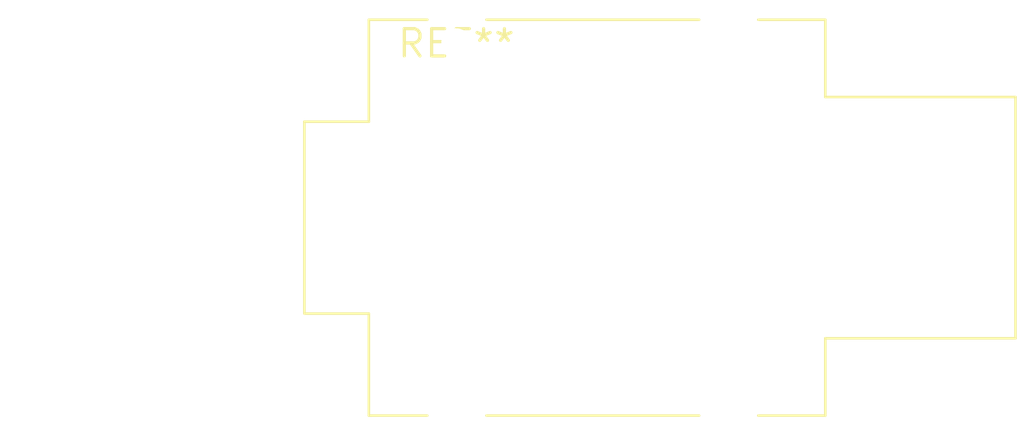
<source format=kicad_pcb>
(kicad_pcb (version 20240108) (generator pcbnew)
  (layers (0 "F.Cu" signal) (31 "B.Cu" signal) (34 "B.Paste" user) (35 "F.Paste" user) (36 "B.SilkS" user "B.Silkscreen") (37 "F.SilkS" user "F.Silkscreen") (38 "B.Mask" user) (39 "F.Mask" user) (44 "Edge.Cuts" user))
  (net 0 "")
  (footprint "Jack_6.35mm_Neutrik_NMJ4HHD2_Horizontal" (layer "F.Cu") (at 0 0)
    (property "Reference" "REF**")
    (property "Value" "Jack_6.35mm_Neutrik_NMJ4HHD2_Horizontal")
    (fp_line (start -7.07 3.645) (end -4.07 3.645) (layer "F.SilkS") (stroke (width 0.12)))
    (fp_line (start -7.07 12.545) (end -7.07 3.645) (layer "F.SilkS") (stroke (width 0.12)))
    (fp_line (start -7.07 12.585) (end -4.07 12.585) (layer "F.SilkS") (stroke (width 0.12)))
    (fp_line (start -4.07 -1.105) (end -1.35 -1.105) (layer "F.SilkS") (stroke (width 0.12)))
    (fp_line (start -4.07 3.645) (end -4.07 -1.105) (layer "F.SilkS") (stroke (width 0.12)))
    (fp_line (start -4.07 17.335) (end -4.07 12.585) (layer "F.SilkS") (stroke (width 0.12)))
    (fp_line (start -1.35 17.335) (end -4.07 17.335) (layer "F.SilkS") (stroke (width 0.12)))
    (fp_line (start 1.4 -1.105) (end 11.3 -1.105) (layer "F.SilkS") (stroke (width 0.12)))
    (fp_line (start 11.3 17.335) (end 1.4 17.335) (layer "F.SilkS") (stroke (width 0.12)))
    (fp_line (start 17.17 -1.105) (end 14.05 -1.105) (layer "F.SilkS") (stroke (width 0.12)))
    (fp_line (start 17.17 2.495) (end 17.17 -1.105) (layer "F.SilkS") (stroke (width 0.12)))
    (fp_line (start 17.17 2.495) (end 26.02 2.495) (layer "F.SilkS") (stroke (width 0.12)))
    (fp_line (start 17.17 13.735) (end 26.02 13.735) (layer "F.SilkS") (stroke (width 0.12)))
    (fp_line (start 17.17 17.335) (end 14.05 17.335) (layer "F.SilkS") (stroke (width 0.12)))
    (fp_line (start 17.17 17.335) (end 17.17 13.735) (layer "F.SilkS") (stroke (width 0.12)))
    (fp_line (start 26.02 13.735) (end 26.02 2.495) (layer "F.SilkS") (stroke (width 0.12)))
    (pad "S" thru_hole circle (at 12.7 0) (size 3 3) (drill 1.4) (layers *.Cu *.Mask) (remove_unused_layers))
    (pad "SN" thru_hole circle (at 12.7 16.23) (size 3 3) (drill 1.4) (layers *.Cu *.Mask) (remove_unused_layers))
    (pad "T" thru_hole circle (at 0 0) (size 3 3) (drill 1.4) (layers *.Cu *.Mask) (remove_unused_layers))
    (pad "TN" thru_hole circle (at 0 16.23) (size 3 3) (drill 1.4) (layers *.Cu *.Mask) (remove_unused_layers))
  )
)
</source>
